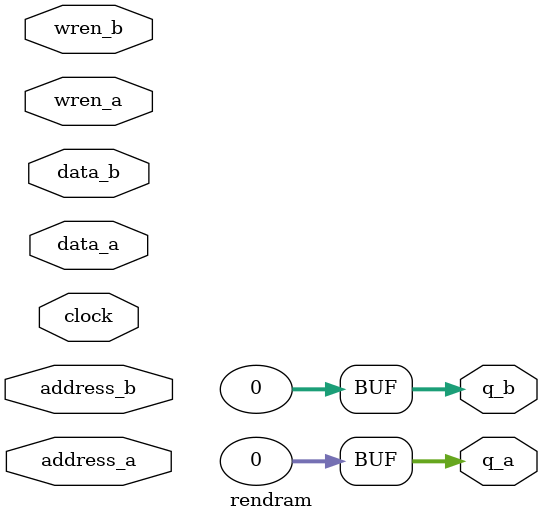
<source format=v>
module rendram(	// file.cleaned.mlir:2:3
  input  [9:0]  address_a,	// file.cleaned.mlir:2:25
                address_b,	// file.cleaned.mlir:2:46
  input         clock,	// file.cleaned.mlir:2:67
  input  [31:0] data_a,	// file.cleaned.mlir:2:83
                data_b,	// file.cleaned.mlir:2:101
  input         wren_a,	// file.cleaned.mlir:2:119
                wren_b,	// file.cleaned.mlir:2:136
  output [31:0] q_a,	// file.cleaned.mlir:2:154
                q_b	// file.cleaned.mlir:2:169
);

  assign q_a = 32'h0;	// file.cleaned.mlir:3:15, :4:5
  assign q_b = 32'h0;	// file.cleaned.mlir:3:15, :4:5
endmodule


</source>
